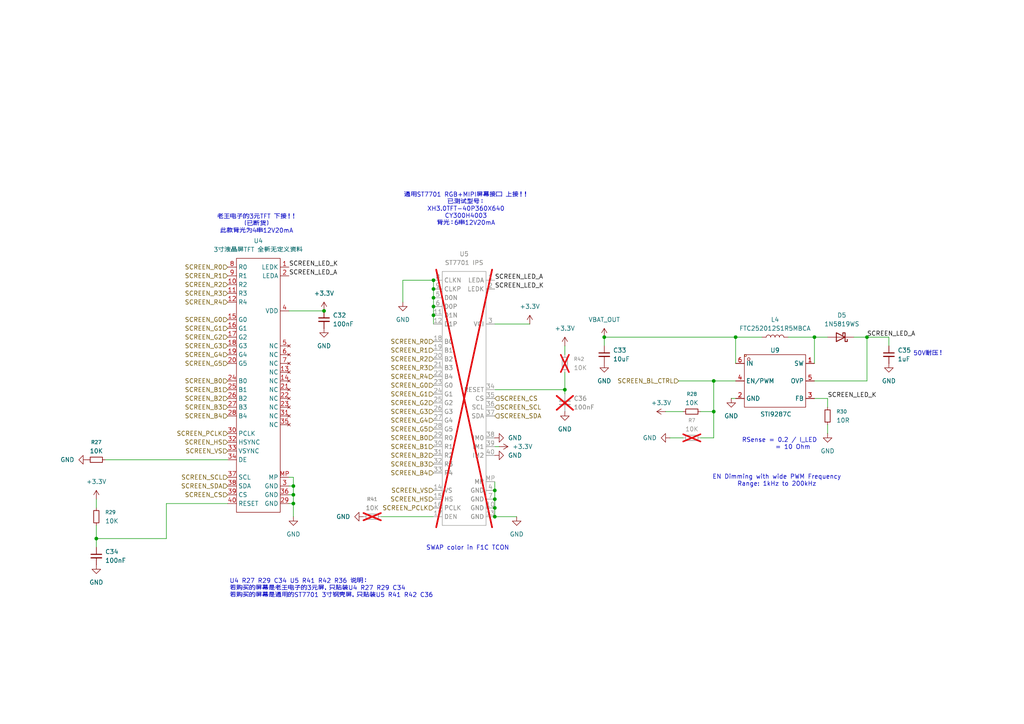
<source format=kicad_sch>
(kicad_sch (version 20250114) (generator "eeschema") (generator_version "9.0")
  (paper "A4")
  (title_block (title "明日方舟电子通行证") (date "2025-11-26") (rev "V0.3.1") (company "Shirogane Tsumugi") (comment 1 "V0.3 添加屏幕兼容接口，添加SD卡槽，优化布线") (comment 2 "V0.3.1 BUG修复") (comment 3 "土豆、星语Studio、爱莉希雅、所有复刻群友的支持！") (comment 4 "V0.3.2 生产优化。特别感谢：（不分先后）和光、薄云、烟雨、WXNA、"))
  (lib_symbols
    (symbol "Device:C_Small" (pin_numbers (hide yes)) (pin_names (offset 0.254) (hide yes))
      (property "Reference" "C" (at 0.254 1.778 0))
      (property "Value" "C_Small" (at 0.254 -2.032 0))
      (symbol "C_Small_0_1"
        (polyline (pts (xy -1.524 0.508) (xy 1.524 0.508)) (stroke (width 0.3048)))
        (polyline (pts (xy -1.524 -0.508) (xy 1.524 -0.508)) (stroke (width 0.3302)))
      )
      (symbol "C_Small_1_1"
        (pin passive line (at 0 2.54 270) (length 2.032) (name "~") (number "1"))
        (pin passive line (at 0 -2.54 90) (length 2.032) (name "~") (number "2"))
      )
    )
    (symbol "Device:L" (pin_numbers (hide yes)) (pin_names (offset 1.016) (hide yes))
      (property "Reference" "L" (at -1.27 0 90))
      (property "Value" "L" (at 1.905 0 90))
      (symbol "L_0_1"
        (arc (start 0 2.54) (mid 0.6323 1.905) (end 0 1.27))
        (arc (start 0 1.27) (mid 0.6323 0.635) (end 0 0))
        (arc (start 0 0) (mid 0.6323 -0.635) (end 0 -1.27))
        (arc (start 0 -1.27) (mid 0.6323 -1.905) (end 0 -2.54))
      )
      (symbol "L_1_1"
        (pin passive line (at 0 3.81 270) (length 1.27) (name "1") (number "1"))
        (pin passive line (at 0 -3.81 90) (length 1.27) (name "2") (number "2"))
      )
    )
    (symbol "Device:R_Small" (pin_numbers (hide yes)) (pin_names (offset 0.254) (hide yes))
      (property "Reference" "R" (at 0 0 90))
      (property "Value" "R_Small" (at 1.778 0 90))
      (symbol "R_Small_0_1"
        (rectangle (start -0.762 1.778) (end 0.762 -1.778) (stroke (width 0.2032)))
      )
      (symbol "R_Small_1_1"
        (pin passive line (at 0 2.54 270) (length 0.762) (name "~") (number "1"))
        (pin passive line (at 0 -2.54 90) (length 0.762) (name "~") (number "2"))
      )
    )
    (symbol "Diode:1N5819WS" (pin_numbers (hide yes)) (pin_names (offset 1.016) (hide yes))
      (property "Reference" "D" (at 0 2.54 0))
      (property "Value" "1N5819WS" (at 0 -2.54 0))
      (symbol "1N5819WS_0_1"
        (polyline (pts (xy -1.905 0.635) (xy -1.905 1.27) (xy -1.27 1.27) (xy -1.27 -1.27) (xy -0.635 -1.27) (xy -0.635 -0.635)) (stroke (width 0.254)))
        (polyline (pts (xy 1.27 1.27) (xy 1.27 -1.27) (xy -1.27 0) (xy 1.27 1.27)) (stroke (width 0.254)))
        (polyline (pts (xy 1.27 0) (xy -1.27 0)))
      )
      (symbol "1N5819WS_1_1"
        (pin passive line (at -3.81 0 0) (length 2.54) (name "K") (number "1"))
        (pin passive line (at 3.81 0 180) (length 2.54) (name "A") (number "2"))
      )
    )
    (symbol "EasyEDA:STI9287C"
      (property "Reference" "U" (at -8.382 10.16 0))
      (property "Value" "STI9287C" (at 0 -7.366 0))
      (symbol "STI9287C_0_1"
        (rectangle (start -8.89 8.89) (end -8.38 8.38) (fill (type background)))
        (rectangle (start -8.89 8.89) (end 8.89 -6.35))
        (circle (center -7.62 7.62) (radius 0.38))
        (pin unspecified line (at -11.43 6.35 0) (length 2.54) (name "IN") (number "6"))
        (pin unspecified line (at -11.43 1.27 0) (length 2.54) (name "EN/PWM") (number "4"))
        (pin unspecified line (at -11.43 -3.81 0) (length 2.54) (name "GND") (number "2"))
        (pin unspecified line (at 11.43 6.35 180) (length 2.54) (name "SW") (number "1"))
        (pin unspecified line (at 11.43 1.27 180) (length 2.54) (name "OVP") (number "5"))
        (pin unspecified line (at 11.43 -3.81 180) (length 2.54) (name "FB") (number "3"))
      )
    )
    (symbol "power:+3.3V" (power) (pin_numbers (hide yes)) (pin_names (offset 0) (hide yes))
      (property "Value" "+3.3V" (at 0 3.556 0))
      (symbol "+3.3V_0_1"
        (polyline (pts (xy -0.762 1.27) (xy 0 2.54)))
        (polyline (pts (xy 0 2.54) (xy 0.762 1.27)))
        (polyline (pts (xy 0 0) (xy 0 2.54)))
      )
      (symbol "+3.3V_1_1"
        (pin power_in line (at 0 0 90) (length 0) (name "~") (number "1"))
      )
    )
    (symbol "power:GND" (power) (pin_numbers (hide yes)) (pin_names (offset 0) (hide yes))
      (property "Value" "GND" (at 0 -3.81 0))
      (symbol "GND_0_1"
        (polyline (pts (xy 0 0) (xy 0 -1.27) (xy 1.27 -1.27) (xy 0 -2.54) (xy -1.27 -1.27) (xy 0 -1.27)))
      )
      (symbol "GND_1_1"
        (pin power_in line (at 0 0 270) (length 0) (name "~") (number "1"))
      )
    )
    (symbol "power:VBUS" (power) (pin_numbers (hide yes)) (pin_names (offset 0) (hide yes))
      (property "Value" "VBUS" (at 0 3.556 0))
      (symbol "VBUS_0_1"
        (polyline (pts (xy -0.762 1.27) (xy 0 2.54)))
        (polyline (pts (xy 0 2.54) (xy 0.762 1.27)))
        (polyline (pts (xy 0 0) (xy 0 2.54)))
      )
      (symbol "VBUS_1_1"
        (pin power_in line (at 0 0 90) (length 0) (name "~") (number "1"))
      )
    )
    (symbol "shirogane:CY300H4003"
      (property "Reference" "U" (at -6.096 40.386 0))
      (property "Value" "ST7701 IPS" (at -0.254 -37.338 0))
      (symbol "CY300H4003_0_1"
        (rectangle (start -6.35 38.1) (end 6.35 -35.56))
      )
      (symbol "CY300H4003_1_1"
        (pin input line (at -8.89 35.56 0) (length 2.54) (name "CLKN") (number "8"))
        (pin input line (at -8.89 33.02 0) (length 2.54) (name "CLKP") (number "9"))
        (pin input line (at -8.89 30.48 0) (length 2.54) (name "D0N") (number "5"))
        (pin input line (at -8.89 27.94 0) (length 2.54) (name "D0P") (number "6"))
        (pin input line (at -8.89 25.4 0) (length 2.54) (name "D1N") (number "11"))
        (pin input line (at -8.89 22.86 0) (length 2.54) (name "D1P") (number "12"))
        (pin input line (at -8.89 17.78 0) (length 2.54) (name "B0") (number "18"))
        (pin input line (at -8.89 15.24 0) (length 2.54) (name "B1") (number "19"))
        (pin input line (at -8.89 12.7 0) (length 2.54) (name "B2") (number "20"))
        (pin input line (at -8.89 10.16 0) (length 2.54) (name "B3") (number "21"))
        (pin input line (at -8.89 7.62 0) (length 2.54) (name "B4") (number "22"))
        (pin input line (at -8.89 5.08 0) (length 2.54) (name "G0") (number "23"))
        (pin input line (at -8.89 2.54 0) (length 2.54) (name "G1") (number "24"))
        (pin input line (at -8.89 0 0) (length 2.54) (name "G2") (number "25"))
        (pin input line (at -8.89 -2.54 0) (length 2.54) (name "G3") (number "26"))
        (pin input line (at -8.89 -5.08 0) (length 2.54) (name "G4") (number "27"))
        (pin input line (at -8.89 -7.62 0) (length 2.54) (name "G5") (number "28"))
        (pin input line (at -8.89 -10.16 0) (length 2.54) (name "R0") (number "29"))
        (pin input line (at -8.89 -12.7 0) (length 2.54) (name "R1") (number "30"))
        (pin input line (at -8.89 -15.24 0) (length 2.54) (name "R2") (number "31"))
        (pin input line (at -8.89 -17.78 0) (length 2.54) (name "R3") (number "32"))
        (pin input line (at -8.89 -20.32 0) (length 2.54) (name "R4") (number "33"))
        (pin input line (at -8.89 -25.4 0) (length 2.54) (name "VS") (number "14"))
        (pin input line (at -8.89 -27.94 0) (length 2.54) (name "HS") (number "15"))
        (pin input line (at -8.89 -30.48 0) (length 2.54) (name "PCLK") (number "16"))
        (pin input line (at -8.89 -33.02 0) (length 2.54) (name "DEN") (number "17"))
        (pin input line (at 8.89 35.56 180) (length 2.54) (name "LEDA") (number "1"))
        (pin input line (at 8.89 33.02 180) (length 2.54) (name "LEDK") (number "2"))
        (pin input line (at 8.89 22.86 180) (length 2.54) (name "VCI") (number "3"))
        (pin input line (at 8.89 3.81 180) (length 2.54) (name "RESET") (number "34"))
        (pin input line (at 8.89 1.27 180) (length 2.54) (name "CS") (number "35"))
        (pin input line (at 8.89 -1.27 180) (length 2.54) (name "SCL") (number "36"))
        (pin input line (at 8.89 -3.81 180) (length 2.54) (name "SDA") (number "37"))
        (pin input line (at 8.89 -10.16 180) (length 2.54) (name "IM0") (number "38"))
        (pin input line (at 8.89 -12.7 180) (length 2.54) (name "IM1") (number "39"))
        (pin input line (at 8.89 -15.24 180) (length 2.54) (name "IM2") (number "40"))
        (pin passive line (at 8.89 -22.86 180) (length 2.54) (name "MP") (number "MP"))
        (pin input line (at 8.89 -25.4 180) (length 2.54) (name "GND") (number "4"))
        (pin input line (at 8.89 -27.94 180) (length 2.54) (name "GND") (number "7"))
        (pin input line (at 8.89 -30.48 180) (length 2.54) (name "GND") (number "10"))
        (pin input line (at 8.89 -33.02 180) (length 2.54) (name "GND") (number "13"))
      )
    )
    (symbol "shirogane:IPS_3inch_ST7701s"
      (property "Reference" "U" (at -5.588 33.02 0))
      (property "Value" "3寸液晶屏TFT 全新无定义资料" (at 0.254 -44.45 0))
      (symbol "IPS_3inch_ST7701s_0_1"
        (rectangle (start -6.35 31.75) (end 6.35 -41.91))
      )
      (symbol "IPS_3inch_ST7701s_1_1"
        (pin input line (at -8.89 29.21 0) (length 2.54) (name "R0") (number "8"))
        (pin input line (at -8.89 26.67 0) (length 2.54) (name "R1") (number "9"))
        (pin input line (at -8.89 24.13 0) (length 2.54) (name "R2") (number "10"))
        (pin input line (at -8.89 21.59 0) (length 2.54) (name "R3") (number "11"))
        (pin input line (at -8.89 19.05 0) (length 2.54) (name "R4") (number "12"))
        (pin input line (at -8.89 13.97 0) (length 2.54) (name "G0") (number "15"))
        (pin input line (at -8.89 11.43 0) (length 2.54) (name "G1") (number "16"))
        (pin input line (at -8.89 8.89 0) (length 2.54) (name "G2") (number "17"))
        (pin input line (at -8.89 6.35 0) (length 2.54) (name "G3") (number "18"))
        (pin input line (at -8.89 3.81 0) (length 2.54) (name "G4") (number "19"))
        (pin input line (at -8.89 1.27 0) (length 2.54) (name "G5") (number "20"))
        (pin input line (at -8.89 -3.81 0) (length 2.54) (name "B0") (number "24"))
        (pin input line (at -8.89 -6.35 0) (length 2.54) (name "B1") (number "25"))
        (pin input line (at -8.89 -8.89 0) (length 2.54) (name "B2") (number "26"))
        (pin input line (at -8.89 -11.43 0) (length 2.54) (name "B3") (number "27"))
        (pin input line (at -8.89 -13.97 0) (length 2.54) (name "B4") (number "28"))
        (pin input line (at -8.89 -19.05 0) (length 2.54) (name "PCLK") (number "30"))
        (pin input line (at -8.89 -21.59 0) (length 2.54) (name "HSYNC") (number "32"))
        (pin input line (at -8.89 -24.13 0) (length 2.54) (name "VSYNC") (number "33"))
        (pin input line (at -8.89 -26.67 0) (length 2.54) (name "DE") (number "34"))
        (pin input line (at -8.89 -31.75 0) (length 2.54) (name "SCL") (number "37"))
        (pin input line (at -8.89 -34.29 0) (length 2.54) (name "SDA") (number "38"))
        (pin input line (at -8.89 -36.83 0) (length 2.54) (name "CS") (number "39"))
        (pin input line (at -8.89 -39.37 0) (length 2.54) (name "RESET") (number "40"))
        (pin input line (at 8.89 29.21 180) (length 2.54) (name "LEDK") (number "1"))
        (pin input line (at 8.89 26.67 180) (length 2.54) (name "LEDA") (number "2"))
        (pin power_in line (at 8.89 16.51 180) (length 2.54) (name "VDD") (number "4"))
        (pin no_connect line (at 8.89 6.35 180) (length 2.54) (name "NC") (number "5"))
        (pin no_connect line (at 8.89 3.81 180) (length 2.54) (name "NC") (number "6"))
        (pin no_connect line (at 8.89 1.27 180) (length 2.54) (name "NC") (number "7"))
        (pin no_connect line (at 8.89 -1.27 180) (length 2.54) (name "NC") (number "13"))
        (pin no_connect line (at 8.89 -3.81 180) (length 2.54) (name "NC") (number "14"))
        (pin no_connect line (at 8.89 -6.35 180) (length 2.54) (name "NC") (number "21"))
        (pin no_connect line (at 8.89 -8.89 180) (length 2.54) (name "NC") (number "22"))
        (pin no_connect line (at 8.89 -11.43 180) (length 2.54) (name "NC") (number "23"))
        (pin no_connect line (at 8.89 -13.97 180) (length 2.54) (name "NC") (number "31"))
        (pin no_connect line (at 8.89 -16.51 180) (length 2.54) (name "NC") (number "35"))
        (pin passive line (at 8.89 -31.75 180) (length 2.54) (name "MP") (number "MP"))
        (pin power_in line (at 8.89 -34.29 180) (length 2.54) (name "GND") (number "3"))
        (pin power_in line (at 8.89 -36.83 180) (length 2.54) (name "GND") (number "36"))
        (pin power_in line (at 8.89 -39.37 180) (length 2.54) (name "GND") (number "29"))
      )
    )
  )
  (text "RSense = 0.2 / I_LED \n       = 10 Ohm" (at 226.568 128.778 0) (effects (font (size 1.27 1.27))))
  (text "通用ST7701 RGB+MIPI屏幕接口 上接！！\n已测试型号：\nXH3.0TFT-40P360X640\nCY300H4003\n背光：6串12V20mA" (at 135.128 60.706 0) (effects (font (size 1.27 1.27))))
  (text "EN Dimming with wide PWM Frequency\nRange: 1kHz to 200kHz\n" (at 225.298 139.446 0) (effects (font (size 1.27 1.27))))
  (text "50V耐压！" (at 269.24 102.616 0) (effects (font (size 1.27 1.27))))
  (text "SWAP color in F1C TCON" (at 135.636 159.004 0) (effects (font (size 1.27 1.27))))
  (text "U4 R27 R29 C34 U5 R41 R42 R36 说明：\n若购买的屏幕是老王电子的3元屏，只贴装U4 R27 R29 C34\n若购买的屏幕是通用的ST7701 3寸钢壳屏，只贴装U5 R41 R42 C36" (at 66.548 170.688 0) (effects (font (size 1.27 1.27)) (justify left)))
  (text "老王电子的3元TFT 下接！！\n（已断货）\n此款背光为4串12V20mA" (at 74.422 65.024 0) (effects (font (size 1.27 1.27))))
  (junction (at 236.22 97.79))
  (junction (at 143.51 142.24))
  (junction (at 125.73 86.36))
  (junction (at 143.51 147.32))
  (junction (at 85.09 143.51))
  (junction (at 207.01 119.38))
  (junction (at 125.73 88.9))
  (junction (at 175.26 97.79))
  (junction (at 143.51 144.78))
  (junction (at 207.01 110.49))
  (junction (at 213.36 97.79))
  (junction (at 143.51 149.86))
  (junction (at 163.83 113.03))
  (junction (at 251.46 97.79))
  (junction (at 85.09 140.97))
  (junction (at 125.73 83.82))
  (junction (at 85.09 146.05))
  (junction (at 93.98 90.17))
  (junction (at 27.94 156.21))
  (junction (at 125.73 91.44))
  (junction (at 125.73 81.28))
  (wire (pts (xy 85.09 146.05) (xy 85.09 149.86)))
  (wire (pts (xy 143.51 144.78) (xy 143.51 147.32)))
  (wire (pts (xy 83.82 140.97) (xy 85.09 140.97)))
  (wire (pts (xy 83.82 146.05) (xy 85.09 146.05)))
  (wire (pts (xy 163.83 100.33) (xy 163.83 102.87)))
  (wire (pts (xy 85.09 140.97) (xy 85.09 143.51)))
  (wire (pts (xy 203.2 119.38) (xy 207.01 119.38)))
  (wire (pts (xy 143.51 93.98) (xy 153.67 93.98)))
  (wire (pts (xy 143.51 113.03) (xy 163.83 113.03)))
  (wire (pts (xy 251.46 97.79) (xy 257.81 97.79)))
  (wire (pts (xy 196.85 110.49) (xy 207.01 110.49)))
  (wire (pts (xy 48.26 146.05) (xy 48.26 156.21)))
  (wire (pts (xy 213.36 105.41) (xy 213.36 97.79)))
  (wire (pts (xy 236.22 110.49) (xy 251.46 110.49)))
  (wire (pts (xy 236.22 97.79) (xy 236.22 105.41)))
  (wire (pts (xy 27.94 156.21) (xy 27.94 158.75)))
  (wire (pts (xy 193.04 119.38) (xy 198.12 119.38)))
  (wire (pts (xy 83.82 143.51) (xy 85.09 143.51)))
  (wire (pts (xy 48.26 156.21) (xy 27.94 156.21)))
  (wire (pts (xy 85.09 138.43) (xy 85.09 140.97)))
  (wire (pts (xy 116.84 81.28) (xy 125.73 81.28)))
  (wire (pts (xy 143.51 142.24) (xy 143.51 144.78)))
  (wire (pts (xy 236.22 115.57) (xy 240.03 115.57)))
  (wire (pts (xy 240.03 115.57) (xy 240.03 118.11)))
  (wire (pts (xy 207.01 110.49) (xy 213.36 110.49)))
  (wire (pts (xy 163.83 113.03) (xy 163.83 114.3)))
  (wire (pts (xy 213.36 97.79) (xy 220.98 97.79)))
  (wire (pts (xy 125.73 81.28) (xy 125.73 83.82)))
  (wire (pts (xy 116.84 87.63) (xy 116.84 81.28)))
  (wire (pts (xy 228.6 97.79) (xy 236.22 97.79)))
  (wire (pts (xy 144.78 129.54) (xy 143.51 129.54)))
  (wire (pts (xy 48.26 146.05) (xy 66.04 146.05)))
  (wire (pts (xy 175.26 100.33) (xy 175.26 97.79)))
  (wire (pts (xy 125.73 83.82) (xy 125.73 86.36)))
  (wire (pts (xy 149.86 149.86) (xy 143.51 149.86)))
  (wire (pts (xy 240.03 125.73) (xy 240.03 123.19)))
  (wire (pts (xy 110.49 149.86) (xy 125.73 149.86)))
  (wire (pts (xy 143.51 139.7) (xy 143.51 142.24)))
  (wire (pts (xy 207.01 127) (xy 207.01 119.38)))
  (wire (pts (xy 125.73 86.36) (xy 125.73 88.9)))
  (wire (pts (xy 143.51 147.32) (xy 143.51 149.86)))
  (wire (pts (xy 240.03 97.79) (xy 236.22 97.79)))
  (wire (pts (xy 213.36 115.57) (xy 212.09 115.57)))
  (wire (pts (xy 27.94 152.4) (xy 27.94 156.21)))
  (wire (pts (xy 203.2 127) (xy 207.01 127)))
  (wire (pts (xy 27.94 144.78) (xy 27.94 147.32)))
  (wire (pts (xy 194.31 127) (xy 198.12 127)))
  (wire (pts (xy 163.83 107.95) (xy 163.83 113.03)))
  (wire (pts (xy 30.48 133.35) (xy 66.04 133.35)))
  (wire (pts (xy 83.82 138.43) (xy 85.09 138.43)))
  (wire (pts (xy 207.01 119.38) (xy 207.01 110.49)))
  (wire (pts (xy 125.73 88.9) (xy 125.73 91.44)))
  (wire (pts (xy 175.26 97.79) (xy 213.36 97.79)))
  (wire (pts (xy 83.82 90.17) (xy 93.98 90.17)))
  (wire (pts (xy 125.73 91.44) (xy 125.73 93.98)))
  (wire (pts (xy 85.09 143.51) (xy 85.09 146.05)))
  (wire (pts (xy 247.65 97.79) (xy 251.46 97.79)))
  (wire (pts (xy 257.81 100.33) (xy 257.81 97.79)))
  (wire (pts (xy 251.46 110.49) (xy 251.46 97.79)))
  (label "SCREEN_LED_K" (at 143.51 83.82 0))
  (label "SCREEN_LED_A" (at 251.46 97.79 0))
  (label "SCREEN_LED_K" (at 83.82 77.47 0))
  (label "SCREEN_LED_K" (at 240.03 115.57 0))
  (label "SCREEN_LED_A" (at 83.82 80.01 0))
  (label "SCREEN_LED_A" (at 143.51 81.28 0))
  (hierarchical_label "SCREEN_G4" (shape input) (at 66.04 102.87 180))
  (hierarchical_label "SCREEN_G4" (shape input) (at 125.73 121.92 180))
  (hierarchical_label "SCREEN_SCL" (shape input) (at 143.51 118.11 0))
  (hierarchical_label "SCREEN_B3" (shape input) (at 125.73 134.62 180))
  (hierarchical_label "SCREEN_PCLK" (shape input) (at 125.73 147.32 180))
  (hierarchical_label "SCREEN_HS" (shape input) (at 66.04 128.27 180))
  (hierarchical_label "SCREEN_R2" (shape input) (at 66.04 82.55 180))
  (hierarchical_label "SCREEN_R1" (shape input) (at 125.73 101.6 180))
  (hierarchical_label "SCREEN_SCL" (shape input) (at 66.04 138.43 180))
  (hierarchical_label "SCREEN_G2" (shape input) (at 66.04 97.79 180))
  (hierarchical_label "SCREEN_G0" (shape input) (at 125.73 111.76 180))
  (hierarchical_label "SCREEN_R3" (shape input) (at 66.04 85.09 180))
  (hierarchical_label "SCREEN_R3" (shape input) (at 125.73 106.68 180))
  (hierarchical_label "SCREEN_R4" (shape input) (at 125.73 109.22 180))
  (hierarchical_label "SCREEN_R2" (shape input) (at 125.73 104.14 180))
  (hierarchical_label "SCREEN_G5" (shape input) (at 66.04 105.41 180))
  (hierarchical_label "SCREEN_B3" (shape input) (at 66.04 118.11 180))
  (hierarchical_label "SCREEN_G0" (shape input) (at 66.04 92.71 180))
  (hierarchical_label "SCREEN_B0" (shape input) (at 66.04 110.49 180))
  (hierarchical_label "SCREEN_G3" (shape input) (at 125.73 119.38 180))
  (hierarchical_label "SCREEN_B2" (shape input) (at 125.73 132.08 180))
  (hierarchical_label "SCREEN_BL_CTRL" (shape input) (at 196.85 110.49 180))
  (hierarchical_label "SCREEN_VS" (shape input) (at 66.04 130.81 180))
  (hierarchical_label "SCREEN_B1" (shape input) (at 66.04 113.03 180))
  (hierarchical_label "SCREEN_B4" (shape input) (at 125.73 137.16 180))
  (hierarchical_label "SCREEN_G3" (shape input) (at 66.04 100.33 180))
  (hierarchical_label "SCREEN_B2" (shape input) (at 66.04 115.57 180))
  (hierarchical_label "SCREEN_VS" (shape input) (at 125.73 142.24 180))
  (hierarchical_label "SCREEN_PCLK" (shape input) (at 66.04 125.73 180))
  (hierarchical_label "SCREEN_G1" (shape input) (at 66.04 95.25 180))
  (hierarchical_label "SCREEN_B1" (shape input) (at 125.73 129.54 180))
  (hierarchical_label "SCREEN_G2" (shape input) (at 125.73 116.84 180))
  (hierarchical_label "SCREEN_CS" (shape input) (at 143.51 115.57 0))
  (hierarchical_label "SCREEN_G5" (shape input) (at 125.73 124.46 180))
  (hierarchical_label "SCREEN_SDA" (shape input) (at 66.04 140.97 180))
  (hierarchical_label "SCREEN_R4" (shape input) (at 66.04 87.63 180))
  (hierarchical_label "SCREEN_R1" (shape input) (at 66.04 80.01 180))
  (hierarchical_label "SCREEN_R0" (shape input) (at 66.04 77.47 180))
  (hierarchical_label "SCREEN_R0" (shape input) (at 125.73 99.06 180))
  (hierarchical_label "SCREEN_SDA" (shape input) (at 143.51 120.65 0))
  (hierarchical_label "SCREEN_CS" (shape input) (at 66.04 143.51 180))
  (hierarchical_label "SCREEN_B0" (shape input) (at 125.73 127 180))
  (hierarchical_label "SCREEN_G1" (shape input) (at 125.73 114.3 180))
  (hierarchical_label "SCREEN_HS" (shape input) (at 125.73 144.78 180))
  (hierarchical_label "SCREEN_B4" (shape input) (at 66.04 120.65 180))
  (symbol (lib_id "shirogane:IPS_3inch_ST7701s") (at 74.93 106.68 0) (unit 1)
    (property "Reference" "U4" (at 74.93 69.85 0))
    (property "Value" "3寸液晶屏TFT 全新无定义资料" (at 74.93 72.39 0))
    (property "Footprint" "Connector_FFC-FPC:Hirose_FH12-40S-0.5SH_1x40-1MP_P0.50mm_Horizontal" (effects (hide yes)))
    (property "Datasheet" "https://item.taobao.com/item.htm?id=830357743650&mi_id=0000NJCwj5rlUX08R_rzgilClRwCzvEQRMIBGfdxMhGLjTg&spm=tbpc.boughtlist.suborder_itemtitle.1.4d1d2e8dkcNg8T" (effects (hide yes)))
    (property "Description" "3寸液晶屏TFT 全新无定义资料" (effects (hide yes)))
    (property "特殊说明" "3元TFT贴装" (effects (hide yes)))
  )
  (symbol (lib_id "power:+3.3V") (at 27.94 144.78 0) (unit 1)
    (property "Reference" "#PWR084" (effects (hide yes)))
    (property "Value" "+3.3V" (at 27.94 139.7 0))
    (property "Description" "Power symbol creates a global label with name \"+3.3V\"" (effects (hide yes)))
  )
  (symbol (lib_id "Device:C_Small") (at 257.81 102.87 0) (unit 1)
    (property "Reference" "C35" (at 260.35 101.6062 0) (effects (justify left)))
    (property "Value" "1uF" (at 260.35 104.1462 0) (effects (justify left)))
    (property "Footprint" "Capacitor_SMD:C_0603_1608Metric" (effects (hide yes)))
    (property "Description" "Unpolarized capacitor, small symbol" (effects (hide yes)))
  )
  (symbol (lib_id "power:+3.3V") (at 163.83 100.33 0) (unit 1)
    (property "Reference" "#PWR0129" (effects (hide yes)))
    (property "Value" "+3.3V" (at 163.83 95.25 0))
    (property "Description" "Power symbol creates a global label with name \"+3.3V\"" (effects (hide yes)))
  )
  (symbol (lib_id "power:+3.3V") (at 153.67 93.98 0) (unit 1)
    (property "Reference" "#PWR0100" (effects (hide yes)))
    (property "Value" "+3.3V" (at 153.67 88.9 0))
    (property "Description" "Power symbol creates a global label with name \"+3.3V\"" (effects (hide yes)))
  )
  (symbol (lib_id "Device:C_Small") (at 93.98 92.71 0) (unit 1)
    (property "Reference" "C32" (at 96.52 91.4462 0) (effects (justify left)))
    (property "Value" "100nF" (at 96.52 93.9862 0) (effects (justify left)))
    (property "Footprint" "Capacitor_SMD:C_0603_1608Metric" (effects (hide yes)))
    (property "Description" "Unpolarized capacitor, small symbol" (effects (hide yes)))
  )
  (symbol (lib_id "shirogane:CY300H4003") (at 134.62 116.84 0) (unit 1) (dnp yes)
    (property "Reference" "U5" (at 134.62 73.66 0))
    (property "Value" "ST7701 IPS" (at 134.62 76.2 0))
    (property "Footprint" "Connector_FFC-FPC:Hirose_FH12-40S-0.5SH_1x40-1MP_P0.50mm_Horizontal" (effects (hide yes)))
    (property "特殊说明" "常规ST7701贴装" (effects (hide yes)))
  )
  (symbol (lib_id "power:VBUS") (at 175.26 97.79 0) (unit 1)
    (property "Reference" "#PWR0137" (effects (hide yes)))
    (property "Value" "VBAT_OUT" (at 175.26 92.71 0))
    (property "Description" "Power symbol creates a global label with name \"VBUS\"" (effects (hide yes)))
  )
  (symbol (lib_id "power:GND") (at 240.03 125.73 0) (unit 1)
    (property "Reference" "#PWR086" (effects (hide yes)))
    (property "Value" "GND" (at 240.03 130.81 0))
    (property "Description" "Power symbol creates a global label with name \"GND\" , ground" (effects (hide yes)))
  )
  (symbol (lib_id "power:GND") (at 194.31 127 270) (unit 1)
    (property "Reference" "#PWR090" (effects (hide yes)))
    (property "Value" "GND" (at 190.5 126.9999 90) (effects (justify right)))
    (property "Description" "Power symbol creates a global label with name \"GND\" , ground" (effects (hide yes)))
  )
  (symbol (lib_id "power:GND") (at 85.09 149.86 0) (unit 1)
    (property "Reference" "#PWR078" (effects (hide yes)))
    (property "Value" "GND" (at 85.09 154.94 0))
    (property "Description" "Power symbol creates a global label with name \"GND\" , ground" (effects (hide yes)))
  )
  (symbol (lib_id "Diode:1N5819WS") (at 243.84 97.79 180) (unit 1)
    (property "Reference" "D5" (at 244.1575 91.44 0))
    (property "Value" "1N5819WS" (at 244.1575 93.98 0))
    (property "Footprint" "Diode_SMD:D_SOD-323" (effects (hide yes)))
    (property "Datasheet" "https://datasheet.lcsc.com/lcsc/2204281430_Guangdong-Hottech-1N5819WS_C191023.pdf" (effects (hide yes)))
    (property "Description" "40V 600mV@1A 1A SOD-323 Schottky Barrier Diodes, SOD-323" (effects (hide yes)))
  )
  (symbol (lib_id "Device:R_Small") (at 240.03 120.65 180) (unit 1)
    (property "Reference" "R30" (at 242.57 119.3799 0) (effects (font (size 1.016 1.016)) (justify right)))
    (property "Value" "10R" (at 242.57 121.9199 0) (effects (justify right)))
    (property "Footprint" "Resistor_SMD:R_0603_1608Metric" (effects (hide yes)))
    (property "Description" "Resistor, small symbol" (effects (hide yes)))
  )
  (symbol (lib_id "power:GND") (at 93.98 95.25 0) (unit 1)
    (property "Reference" "#PWR080" (effects (hide yes)))
    (property "Value" "GND" (at 93.98 100.33 0))
    (property "Description" "Power symbol creates a global label with name \"GND\" , ground" (effects (hide yes)))
  )
  (symbol (lib_id "power:GND") (at 143.51 127 90) (unit 1)
    (property "Reference" "#PWR0114" (effects (hide yes)))
    (property "Value" "GND" (at 147.32 126.9999 90) (effects (justify right)))
    (property "Description" "Power symbol creates a global label with name \"GND\" , ground" (effects (hide yes)))
  )
  (symbol (lib_id "Device:R_Small") (at 27.94 149.86 180) (unit 1)
    (property "Reference" "R29" (at 30.48 148.5899 0) (effects (font (size 1.016 1.016)) (justify right)))
    (property "Value" "10K" (at 30.48 151.1299 0) (effects (justify right)))
    (property "Footprint" "Resistor_SMD:R_0603_1608Metric" (effects (hide yes)))
    (property "Description" "Resistor, small symbol" (effects (hide yes)))
    (property "特殊说明" "3元TFT贴装" (effects (hide yes)))
  )
  (symbol (lib_id "Device:R_Small") (at 200.66 119.38 270) (unit 1)
    (property "Reference" "R28" (at 200.66 114.3 90) (effects (font (size 1.016 1.016))))
    (property "Value" "10K" (at 200.66 116.84 90))
    (property "Footprint" "Resistor_SMD:R_0603_1608Metric" (effects (hide yes)))
    (property "Description" "Resistor, small symbol" (effects (hide yes)))
  )
  (symbol (lib_id "power:GND") (at 175.26 105.41 0) (unit 1)
    (property "Reference" "#PWR081" (effects (hide yes)))
    (property "Value" "GND" (at 175.26 110.49 0))
    (property "Description" "Power symbol creates a global label with name \"GND\" , ground" (effects (hide yes)))
  )
  (symbol (lib_id "Device:R_Small") (at 200.66 127 270) (unit 1) (dnp yes)
    (property "Reference" "R7" (at 200.66 121.92 90) (effects (font (size 1.016 1.016))))
    (property "Value" "10K" (at 200.66 124.46 90))
    (property "Footprint" "Resistor_SMD:R_0603_1608Metric" (effects (hide yes)))
    (property "Description" "Resistor, small symbol" (effects (hide yes)))
    (property "特殊说明" "不贴装" (effects (hide yes)))
  )
  (symbol (lib_id "power:GND") (at 105.41 149.86 270) (unit 1)
    (property "Reference" "#PWR0128" (effects (hide yes)))
    (property "Value" "GND" (at 101.6 149.8599 90) (effects (justify right)))
    (property "Description" "Power symbol creates a global label with name \"GND\" , ground" (effects (hide yes)))
  )
  (symbol (lib_id "EasyEDA:STI9287C") (at 224.79 111.76 0) (unit 1)
    (property "Reference" "U9" (at 224.79 101.6 0))
    (property "Value" "STI9287C" (at 225.044 120.142 0))
    (property "Footprint" "EasyEDA:SOT-23-6_L2.9-W1.6-P0.95-LS2.8-BL" (effects (hide yes)))
    (property "LCSC Part" "C2985059" (effects (hide yes)))
  )
  (symbol (lib_id "power:+3.3V") (at 144.78 129.54 270) (unit 1)
    (property "Reference" "#PWR0116" (effects (hide yes)))
    (property "Value" "+3.3V" (at 148.59 129.5399 90) (effects (justify left)))
    (property "Description" "Power symbol creates a global label with name \"+3.3V\"" (effects (hide yes)))
  )
  (symbol (lib_id "power:GND") (at 143.51 132.08 90) (unit 1)
    (property "Reference" "#PWR0115" (effects (hide yes)))
    (property "Value" "GND" (at 147.32 132.0799 90) (effects (justify right)))
    (property "Description" "Power symbol creates a global label with name \"GND\" , ground" (effects (hide yes)))
  )
  (symbol (lib_id "power:GND") (at 212.09 115.57 0) (unit 1)
    (property "Reference" "#PWR083" (effects (hide yes)))
    (property "Value" "GND" (at 212.09 120.65 0))
    (property "Description" "Power symbol creates a global label with name \"GND\" , ground" (effects (hide yes)))
  )
  (symbol (lib_id "Device:R_Small") (at 27.94 133.35 270) (unit 1)
    (property "Reference" "R27" (at 27.94 128.27 90) (effects (font (size 1.016 1.016))))
    (property "Value" "10K" (at 27.94 130.81 90))
    (property "Footprint" "Resistor_SMD:R_0603_1608Metric" (effects (hide yes)))
    (property "Description" "Resistor, small symbol" (effects (hide yes)))
    (property "特殊说明" "3元TFT贴装" (effects (hide yes)))
  )
  (symbol (lib_id "Device:L") (at 224.79 97.79 90) (unit 1)
    (property "Reference" "L4" (at 224.79 92.71 90))
    (property "Value" "FTC252012S1R5MBCA" (at 224.79 95.25 90))
    (property "Footprint" "EasyEDA:IND-SMD_L2.5-W2.0-VLS252012CX-150M" (effects (hide yes)))
    (property "Description" "Inductor" (effects (hide yes)))
  )
  (symbol (lib_id "power:GND") (at 116.84 87.63 0) (unit 1)
    (property "Reference" "#PWR0117" (effects (hide yes)))
    (property "Value" "GND" (at 116.84 92.71 0))
    (property "Description" "Power symbol creates a global label with name \"GND\" , ground" (effects (hide yes)))
  )
  (symbol (lib_id "power:GND") (at 27.94 163.83 0) (unit 1)
    (property "Reference" "#PWR085" (effects (hide yes)))
    (property "Value" "GND" (at 27.94 168.91 0))
    (property "Description" "Power symbol creates a global label with name \"GND\" , ground" (effects (hide yes)))
  )
  (symbol (lib_id "power:GND") (at 257.81 105.41 0) (unit 1)
    (property "Reference" "#PWR087" (effects (hide yes)))
    (property "Value" "GND" (at 257.81 110.49 0))
    (property "Description" "Power symbol creates a global label with name \"GND\" , ground" (effects (hide yes)))
  )
  (symbol (lib_id "Device:R_Small") (at 163.83 105.41 180) (unit 1) (dnp yes)
    (property "Reference" "R42" (at 166.37 104.1399 0) (effects (font (size 1.016 1.016)) (justify right)))
    (property "Value" "10K" (at 166.37 106.6799 0) (effects (justify right)))
    (property "Footprint" "Resistor_SMD:R_0603_1608Metric" (effects (hide yes)))
    (property "Description" "Resistor, small symbol" (effects (hide yes)))
    (property "特殊说明" "常规ST7701IPS贴装" (effects (hide yes)))
  )
  (symbol (lib_id "Device:C_Small") (at 175.26 102.87 0) (unit 1)
    (property "Reference" "C33" (at 177.8 101.6062 0) (effects (justify left)))
    (property "Value" "10uF" (at 177.8 104.1462 0) (effects (justify left)))
    (property "Footprint" "Capacitor_SMD:C_0603_1608Metric" (effects (hide yes)))
    (property "Description" "Unpolarized capacitor, small symbol" (effects (hide yes)))
  )
  (symbol (lib_id "Device:R_Small") (at 107.95 149.86 270) (unit 1) (dnp yes)
    (property "Reference" "R41" (at 107.95 144.78 90) (effects (font (size 1.016 1.016))))
    (property "Value" "10K" (at 107.95 147.32 90))
    (property "Footprint" "Resistor_SMD:R_0603_1608Metric" (effects (hide yes)))
    (property "Description" "Resistor, small symbol" (effects (hide yes)))
    (property "特殊说明" "常规ST7701IPS贴装" (effects (hide yes)))
  )
  (symbol (lib_id "Device:C_Small") (at 27.94 161.29 0) (unit 1)
    (property "Reference" "C34" (at 30.48 160.0262 0) (effects (justify left)))
    (property "Value" "100nF" (at 30.48 162.5662 0) (effects (justify left)))
    (property "Footprint" "Capacitor_SMD:C_0603_1608Metric" (effects (hide yes)))
    (property "Description" "Unpolarized capacitor, small symbol" (effects (hide yes)))
    (property "特殊说明" "3元TFT贴装" (effects (hide yes)))
  )
  (symbol (lib_id "power:GND") (at 25.4 133.35 270) (unit 1)
    (property "Reference" "#PWR077" (effects (hide yes)))
    (property "Value" "GND" (at 21.59 133.3499 90) (effects (justify right)))
    (property "Description" "Power symbol creates a global label with name \"GND\" , ground" (effects (hide yes)))
  )
  (symbol (lib_id "power:+3.3V") (at 93.98 90.17 0) (unit 1)
    (property "Reference" "#PWR079" (effects (hide yes)))
    (property "Value" "+3.3V" (at 93.98 85.09 0))
    (property "Description" "Power symbol creates a global label with name \"+3.3V\"" (effects (hide yes)))
  )
  (symbol (lib_id "power:+3.3V") (at 193.04 119.38 90) (unit 1)
    (property "Reference" "#PWR082" (effects (hide yes)))
    (property "Value" "+3.3V" (at 191.77 116.84 90))
    (property "Description" "Power symbol creates a global label with name \"+3.3V\"" (effects (hide yes)))
  )
  (symbol (lib_id "Device:C_Small") (at 163.83 116.84 0) (unit 1) (dnp yes)
    (property "Reference" "C36" (at 166.37 115.5762 0) (effects (justify left)))
    (property "Value" "100nF" (at 166.37 118.1162 0) (effects (justify left)))
    (property "Footprint" "Capacitor_SMD:C_0603_1608Metric" (effects (hide yes)))
    (property "Description" "Unpolarized capacitor, small symbol" (effects (hide yes)))
    (property "特殊说明" "常规ST7701IPS贴装" (effects (hide yes)))
  )
  (symbol (lib_id "power:GND") (at 149.86 149.86 0) (unit 1)
    (property "Reference" "#PWR099" (effects (hide yes)))
    (property "Value" "GND" (at 149.86 154.94 0))
    (property "Description" "Power symbol creates a global label with name \"GND\" , ground" (effects (hide yes)))
  )
  (symbol (lib_id "power:GND") (at 163.83 119.38 0) (unit 1)
    (property "Reference" "#PWR0130" (effects (hide yes)))
    (property "Value" "GND" (at 163.83 124.46 0))
    (property "Description" "Power symbol creates a global label with name \"GND\" , ground" (effects (hide yes)))
  )
)
</source>
